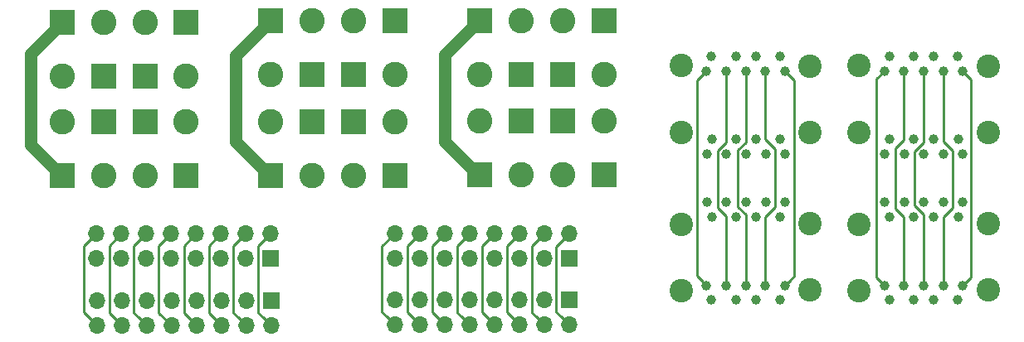
<source format=gbr>
G04 #@! TF.FileFunction,Copper,L2,Bot,Signal*
%FSLAX46Y46*%
G04 Gerber Fmt 4.6, Leading zero omitted, Abs format (unit mm)*
G04 Created by KiCad (PCBNEW 4.0.7) date 04/23/18 00:41:46*
%MOMM*%
%LPD*%
G01*
G04 APERTURE LIST*
%ADD10C,0.100000*%
%ADD11C,2.600000*%
%ADD12R,2.600000X2.600000*%
%ADD13R,1.700000X1.700000*%
%ADD14O,1.700000X1.700000*%
%ADD15C,2.400000*%
%ADD16C,1.000000*%
%ADD17C,0.250000*%
%ADD18C,1.250000*%
G04 APERTURE END LIST*
D10*
D11*
X173219824Y-69329112D03*
D12*
X177436224Y-69329112D03*
D11*
X169003424Y-69329112D03*
D12*
X164787024Y-69329112D03*
X169003424Y-63842712D03*
X173219824Y-63842712D03*
D11*
X164787024Y-63842712D03*
X177436224Y-63842712D03*
X173219824Y-53656312D03*
D12*
X177436224Y-53656312D03*
D11*
X169003424Y-53656312D03*
D12*
X164787024Y-53656312D03*
X169003424Y-59142712D03*
X173219824Y-59142712D03*
D11*
X164787024Y-59142712D03*
X177436224Y-59142712D03*
X130620860Y-69474308D03*
D12*
X134837260Y-69474308D03*
D11*
X126404460Y-69474308D03*
D12*
X122188060Y-69474308D03*
X126404460Y-63987908D03*
X130620860Y-63987908D03*
D11*
X122188060Y-63987908D03*
X134837260Y-63987908D03*
X130620860Y-53801508D03*
D12*
X134837260Y-53801508D03*
D11*
X126404460Y-53801508D03*
D12*
X122188060Y-53801508D03*
X126404460Y-59287908D03*
X130620860Y-59287908D03*
D11*
X122188060Y-59287908D03*
X134837260Y-59287908D03*
X151890860Y-69474308D03*
D12*
X156107260Y-69474308D03*
D11*
X147674460Y-69474308D03*
D12*
X143458060Y-69474308D03*
X147674460Y-63987908D03*
X151890860Y-63987908D03*
D11*
X143458060Y-63987908D03*
X156107260Y-63987908D03*
X151890860Y-53641508D03*
D12*
X156107260Y-53641508D03*
D11*
X147674460Y-53641508D03*
D12*
X143458060Y-53641508D03*
X147674460Y-59127908D03*
X151890860Y-59127908D03*
D11*
X143458060Y-59127908D03*
X156107260Y-59127908D03*
D13*
X143448376Y-77929708D03*
D14*
X143448376Y-75389708D03*
X140908376Y-77929708D03*
X140908376Y-75389708D03*
X138368376Y-77929708D03*
X138368376Y-75389708D03*
X135828376Y-77929708D03*
X135828376Y-75389708D03*
X133288376Y-77929708D03*
X133288376Y-75389708D03*
X130748376Y-77929708D03*
X130748376Y-75389708D03*
X128208376Y-77929708D03*
X128208376Y-75389708D03*
X125668376Y-77929708D03*
X125668376Y-75389708D03*
D13*
X143503375Y-82249708D03*
D14*
X143503375Y-84789708D03*
X140963375Y-82249708D03*
X140963375Y-84789708D03*
X138423375Y-82249708D03*
X138423375Y-84789708D03*
X135883375Y-82249708D03*
X135883375Y-84789708D03*
X133343375Y-82249708D03*
X133343375Y-84789708D03*
X130803375Y-82249708D03*
X130803375Y-84789708D03*
X128263375Y-82249708D03*
X128263375Y-84789708D03*
X125723375Y-82249708D03*
X125723375Y-84789708D03*
D13*
X173886956Y-77931658D03*
D14*
X173886956Y-75391658D03*
X171346956Y-77931658D03*
X171346956Y-75391658D03*
X168806956Y-77931658D03*
X168806956Y-75391658D03*
X166266956Y-77931658D03*
X166266956Y-75391658D03*
X163726956Y-77931658D03*
X163726956Y-75391658D03*
X161186956Y-77931658D03*
X161186956Y-75391658D03*
X158646956Y-77931658D03*
X158646956Y-75391658D03*
X156106956Y-77931658D03*
X156106956Y-75391658D03*
D13*
X173886956Y-82181658D03*
D14*
X173886956Y-84721658D03*
X171346956Y-82181658D03*
X171346956Y-84721658D03*
X168806956Y-82181658D03*
X168806956Y-84721658D03*
X166266956Y-82181658D03*
X166266956Y-84721658D03*
X163726956Y-82181658D03*
X163726956Y-84721658D03*
X161186956Y-82181658D03*
X161186956Y-84721658D03*
X158646956Y-82181658D03*
X158646956Y-84721658D03*
X156106956Y-82181658D03*
X156106956Y-84721658D03*
D15*
X203500000Y-81210000D03*
X203500000Y-74410000D03*
X216640000Y-74360000D03*
X216640000Y-81160000D03*
D16*
X213570000Y-82190000D03*
X206570000Y-82190000D03*
X209070000Y-82190000D03*
X211070000Y-82190000D03*
X214070000Y-80690000D03*
X212070000Y-80690000D03*
X210080000Y-80690000D03*
X208070000Y-80690000D03*
X206070000Y-80690000D03*
X206590000Y-73680000D03*
X209090000Y-73680000D03*
X211090000Y-73680000D03*
X213590000Y-73680000D03*
X214090000Y-72180000D03*
X212090000Y-72180000D03*
X210090000Y-72180000D03*
X208090000Y-72180000D03*
X206090000Y-72180000D03*
D15*
X185360000Y-81210000D03*
X185360000Y-74410000D03*
X198500000Y-74360000D03*
X198500000Y-81160000D03*
D16*
X195430000Y-82190000D03*
X188430000Y-82190000D03*
X190930000Y-82190000D03*
X192930000Y-82190000D03*
X195930000Y-80690000D03*
X193930000Y-80690000D03*
X191940000Y-80690000D03*
X189930000Y-80690000D03*
X187930000Y-80690000D03*
X188450000Y-73680000D03*
X190950000Y-73680000D03*
X192950000Y-73680000D03*
X195450000Y-73680000D03*
X195950000Y-72180000D03*
X193950000Y-72180000D03*
X191950000Y-72180000D03*
X189950000Y-72180000D03*
X187950000Y-72180000D03*
D15*
X203500000Y-58230000D03*
X203500000Y-65030000D03*
X216640000Y-65080000D03*
X216640000Y-58280000D03*
D16*
X213570000Y-57250000D03*
X206570000Y-57250000D03*
X209070000Y-57250000D03*
X211070000Y-57250000D03*
X214070000Y-58750000D03*
X212070000Y-58750000D03*
X210080000Y-58750000D03*
X208070000Y-58750000D03*
X206070000Y-58750000D03*
X206590000Y-65760000D03*
X209090000Y-65760000D03*
X211090000Y-65760000D03*
X213590000Y-65760000D03*
X214090000Y-67260000D03*
X212090000Y-67260000D03*
X210090000Y-67260000D03*
X208090000Y-67260000D03*
X206090000Y-67260000D03*
D15*
X185360000Y-58230000D03*
X185360000Y-65030000D03*
X198500000Y-65080000D03*
X198500000Y-58280000D03*
D16*
X195430000Y-57250000D03*
X188430000Y-57250000D03*
X190930000Y-57250000D03*
X192930000Y-57250000D03*
X195930000Y-58750000D03*
X193930000Y-58750000D03*
X191940000Y-58750000D03*
X189930000Y-58750000D03*
X187930000Y-58750000D03*
X188450000Y-65760000D03*
X190950000Y-65760000D03*
X192950000Y-65760000D03*
X195450000Y-65760000D03*
X195950000Y-67260000D03*
X193950000Y-67260000D03*
X191950000Y-67260000D03*
X189950000Y-67260000D03*
X187950000Y-67260000D03*
D17*
X214070000Y-58750000D02*
X214915001Y-59595001D01*
X214915001Y-59595001D02*
X214915001Y-79844999D01*
X214915001Y-79844999D02*
X214569999Y-80190001D01*
X214569999Y-80190001D02*
X214070000Y-80690000D01*
X212070000Y-58750000D02*
X212070000Y-66018998D01*
X212070000Y-66018998D02*
X212995547Y-66944545D01*
X212995547Y-66944545D02*
X212995547Y-72767663D01*
X212995547Y-72767663D02*
X212070000Y-73693210D01*
X212070000Y-73693210D02*
X212070000Y-79982894D01*
X212070000Y-79982894D02*
X212070000Y-80690000D01*
X210080000Y-58750000D02*
X210080000Y-66048998D01*
X209170272Y-66958726D02*
X209170272Y-72514942D01*
X210080000Y-66048998D02*
X209170272Y-66958726D01*
X209170272Y-72514942D02*
X210080000Y-73424670D01*
X210080000Y-73424670D02*
X210080000Y-79982894D01*
X210080000Y-79982894D02*
X210080000Y-80690000D01*
X208070000Y-58750000D02*
X208070000Y-65780791D01*
X208070000Y-65780791D02*
X207205597Y-66645194D01*
X207205597Y-66645194D02*
X207205597Y-72801780D01*
X207205597Y-72801780D02*
X208070000Y-73666183D01*
X208070000Y-79982894D02*
X208070000Y-80690000D01*
X208070000Y-73666183D02*
X208070000Y-79982894D01*
X206070000Y-58750000D02*
X205264999Y-59555001D01*
X205264999Y-59555001D02*
X205264999Y-79884999D01*
X205570001Y-80190001D02*
X206070000Y-80690000D01*
X205264999Y-79884999D02*
X205570001Y-80190001D01*
X195930000Y-58750000D02*
X196898694Y-59718694D01*
X196429999Y-80190001D02*
X195930000Y-80690000D01*
X196898694Y-59718694D02*
X196898694Y-79721306D01*
X196898694Y-79721306D02*
X196429999Y-80190001D01*
X193930000Y-58750000D02*
X193930000Y-65743657D01*
X193930000Y-65743657D02*
X194919079Y-66732736D01*
X194919079Y-66732736D02*
X194919079Y-72669905D01*
X194919079Y-72669905D02*
X193930000Y-73658984D01*
X193930000Y-73658984D02*
X193930000Y-79982894D01*
X193930000Y-79982894D02*
X193930000Y-80690000D01*
X191940000Y-58750000D02*
X191940000Y-66048998D01*
X191940000Y-66048998D02*
X191124999Y-66863999D01*
X191124999Y-66863999D02*
X191124999Y-72633997D01*
X191124999Y-72633997D02*
X191940000Y-73448998D01*
X191940000Y-73448998D02*
X191940000Y-79982894D01*
X191940000Y-79982894D02*
X191940000Y-80690000D01*
X189930000Y-58750000D02*
X189930000Y-66058998D01*
X189930000Y-66058998D02*
X189045407Y-66943591D01*
X189045407Y-66943591D02*
X189045407Y-72755321D01*
X189045407Y-72755321D02*
X189930000Y-73639914D01*
X189930000Y-73639914D02*
X189930000Y-79982894D01*
X189930000Y-79982894D02*
X189930000Y-80690000D01*
X187930000Y-58750000D02*
X186967823Y-59712177D01*
X186967823Y-59712177D02*
X186967823Y-79727823D01*
X186967823Y-79727823D02*
X187430001Y-80190001D01*
X187430001Y-80190001D02*
X187930000Y-80690000D01*
X173886956Y-75391658D02*
X172559299Y-76719315D01*
X172559299Y-76719315D02*
X172559299Y-83394001D01*
X172559299Y-83394001D02*
X173036957Y-83871659D01*
X173036957Y-83871659D02*
X173886956Y-84721658D01*
X171346956Y-75391658D02*
X170097416Y-76641198D01*
X170097416Y-76641198D02*
X170097416Y-83472118D01*
X170097416Y-83472118D02*
X170496957Y-83871659D01*
X170496957Y-83871659D02*
X171346956Y-84721658D01*
X168806956Y-75391658D02*
X167528495Y-76670119D01*
X167528495Y-76670119D02*
X167528495Y-83443197D01*
X167528495Y-83443197D02*
X167956957Y-83871659D01*
X167956957Y-83871659D02*
X168806956Y-84721658D01*
X166266956Y-75391658D02*
X164999714Y-76658900D01*
X164999714Y-76658900D02*
X164999714Y-83454416D01*
X164999714Y-83454416D02*
X165416957Y-83871659D01*
X165416957Y-83871659D02*
X166266956Y-84721658D01*
X163726956Y-75391658D02*
X162489502Y-76629112D01*
X162489502Y-76629112D02*
X162489502Y-83484204D01*
X162489502Y-83484204D02*
X162876957Y-83871659D01*
X162876957Y-83871659D02*
X163726956Y-84721658D01*
X161186956Y-75391658D02*
X159916775Y-76661839D01*
X159916775Y-76661839D02*
X159916775Y-83451477D01*
X159916775Y-83451477D02*
X160336957Y-83871659D01*
X160336957Y-83871659D02*
X161186956Y-84721658D01*
X158646956Y-75391658D02*
X157381334Y-76657280D01*
X157381334Y-76657280D02*
X157381334Y-83456036D01*
X157381334Y-83456036D02*
X157796957Y-83871659D01*
X157796957Y-83871659D02*
X158646956Y-84721658D01*
X156106956Y-75391658D02*
X154808607Y-76690007D01*
X154808607Y-76690007D02*
X154808607Y-83423309D01*
X154808607Y-83423309D02*
X155256957Y-83871659D01*
X155256957Y-83871659D02*
X156106956Y-84721658D01*
D18*
X161250550Y-57121967D02*
X161250550Y-65962915D01*
X161250550Y-65962915D02*
X164616747Y-69329112D01*
X164716205Y-53656312D02*
X161250550Y-57121967D01*
X122188060Y-53801508D02*
X122154681Y-53801508D01*
X122154681Y-53801508D02*
X118950307Y-57005882D01*
X118950307Y-66301488D02*
X122123127Y-69474308D01*
X118950307Y-57005882D02*
X118950307Y-66301488D01*
X122123127Y-69474308D02*
X122188060Y-69474308D01*
X143458060Y-53641508D02*
X143428098Y-53641508D01*
X143428098Y-53641508D02*
X139853634Y-57215972D01*
X139853634Y-57215972D02*
X139853634Y-65948062D01*
X139853634Y-65948062D02*
X143379880Y-69474308D01*
X143379880Y-69474308D02*
X143458060Y-69474308D01*
D17*
X143448376Y-75389708D02*
X142206106Y-76631978D01*
X142206106Y-76631978D02*
X142206106Y-83492439D01*
X142206106Y-83492439D02*
X142653376Y-83939709D01*
X142653376Y-83939709D02*
X143503375Y-84789708D01*
X140908376Y-75389708D02*
X139664330Y-76633754D01*
X139664330Y-76633754D02*
X139664330Y-83490663D01*
X139664330Y-83490663D02*
X140113376Y-83939709D01*
X140113376Y-83939709D02*
X140963375Y-84789708D01*
X138368376Y-75389708D02*
X137131067Y-76627017D01*
X137131067Y-76627017D02*
X137131067Y-83497400D01*
X137131067Y-83497400D02*
X137573376Y-83939709D01*
X137573376Y-83939709D02*
X138423375Y-84789708D01*
X135828376Y-75389708D02*
X134591157Y-76626927D01*
X134591157Y-76626927D02*
X134591157Y-83497490D01*
X134591157Y-83497490D02*
X135033376Y-83939709D01*
X135033376Y-83939709D02*
X135883375Y-84789708D01*
X133343375Y-84789708D02*
X132027418Y-83473751D01*
X132027418Y-83473751D02*
X132027418Y-76650666D01*
X132027418Y-76650666D02*
X132438377Y-76239707D01*
X132438377Y-76239707D02*
X133288376Y-75389708D01*
X130748376Y-75389708D02*
X129501216Y-76636868D01*
X129501216Y-76636868D02*
X129501216Y-83487549D01*
X129501216Y-83487549D02*
X129953376Y-83939709D01*
X129953376Y-83939709D02*
X130803375Y-84789708D01*
X128208376Y-75389708D02*
X126985219Y-76612865D01*
X126985219Y-76612865D02*
X126985219Y-83511552D01*
X126985219Y-83511552D02*
X127413376Y-83939709D01*
X127413376Y-83939709D02*
X128263375Y-84789708D01*
X125668376Y-75389708D02*
X124380591Y-76677493D01*
X124873376Y-83939709D02*
X125723375Y-84789708D01*
X124380591Y-76677493D02*
X124380591Y-83446924D01*
X124380591Y-83446924D02*
X124873376Y-83939709D01*
M02*

</source>
